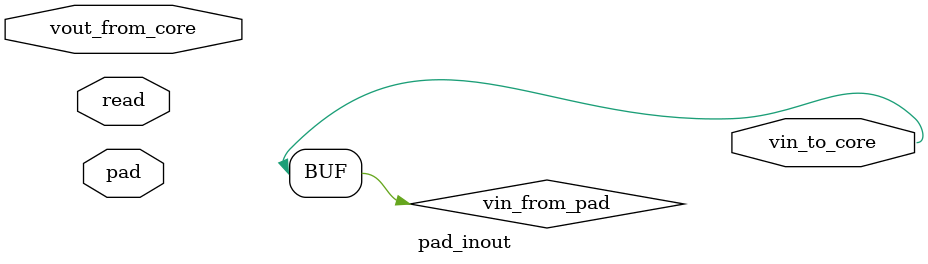
<source format=v>

module pad_inout ( read, vout_from_core, vin_to_core, pad );

	input read;
	input vout_from_core;
	output vin_to_core;
	inout pad;

	wire set_zero;
	wire n_set_one;
	wire vin_from_pad;

	assign set_zero = ~read & ~vout_from_core;
	assign n_set_one = read | ~vout_from_core;

	// TBD: pad

	assign vin_to_core = vin_from_pad;

endmodule // pad_inout

</source>
